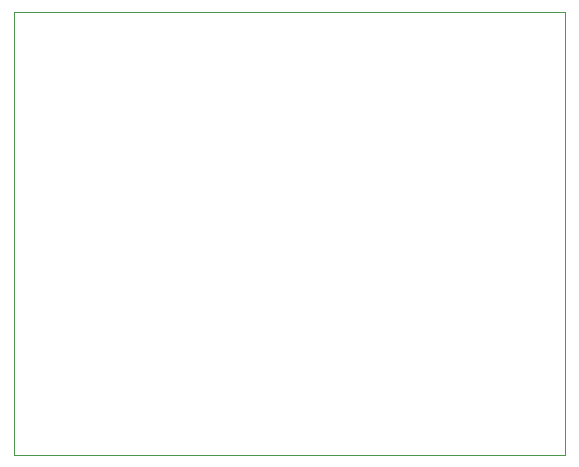
<source format=gm1>
G04 #@! TF.GenerationSoftware,KiCad,Pcbnew,8.0.3*
G04 #@! TF.CreationDate,2025-06-24T11:22:04+03:00*
G04 #@! TF.ProjectId,Camera_24-22_Pin,43616d65-7261-45f3-9234-2d32325f5069,rev?*
G04 #@! TF.SameCoordinates,Original*
G04 #@! TF.FileFunction,Profile,NP*
%FSLAX46Y46*%
G04 Gerber Fmt 4.6, Leading zero omitted, Abs format (unit mm)*
G04 Created by KiCad (PCBNEW 8.0.3) date 2025-06-24 11:22:04*
%MOMM*%
%LPD*%
G01*
G04 APERTURE LIST*
G04 #@! TA.AperFunction,Profile*
%ADD10C,0.100000*%
G04 #@! TD*
G04 APERTURE END LIST*
D10*
X146790000Y-74860000D02*
X193410000Y-74860000D01*
X193410000Y-112400000D01*
X146790000Y-112400000D01*
X146790000Y-74860000D01*
M02*

</source>
